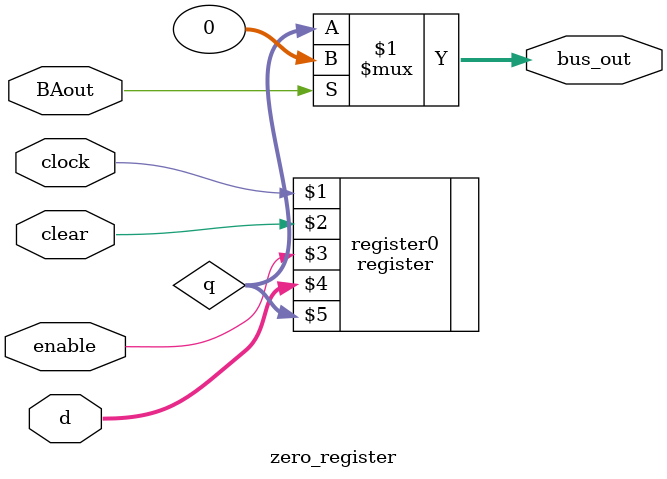
<source format=v>
module zero_register(
	input wire clock, 
	input wire clear,
	input wire enable,
	input wire BAout,
	input wire [31:0] d,
	output wire [31:0] bus_out
);

wire [31:0] q;
register register0(clock, clear, enable, d, q);

assign bus_out = BAout ? 0 : q;

endmodule
</source>
